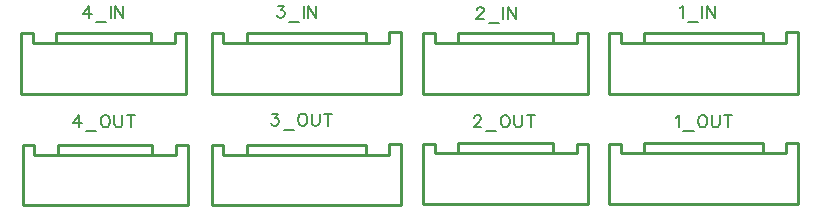
<source format=gto>
G04 Layer: TopSilkscreenLayer*
G04 EasyEDA Pro v2.0.34.720dcead.1ebef4, 2023-10-23 10:25:04*
G04 Gerber Generator version 0.3*
G04 Scale: 100 percent, Rotated: No, Reflected: No*
G04 Dimensions in millimeters*
G04 Leading zeros omitted, absolute positions, 3 integers and 3 decimals*
%FSLAX33Y33*%
%MOMM*%
%ADD10C,0.152*%
%ADD11C,0.254*%
G75*


G04 Text Start*
G04 //text: 2_IN*
G54D10*
G01X41708Y18271D02*
G01X41708Y18320D01*
G01X41756Y18414D01*
G01X41805Y18462D01*
G01X41899Y18510D01*
G01X42092D01*
G01X42186Y18462D01*
G01X42234Y18414D01*
G01X42282Y18320D01*
G01Y18223D01*
G01X42234Y18127D01*
G01X42140Y17984D01*
G01X41660Y17504D01*
G01X42330D01*
G01X42714Y17169D02*
G01X43575Y17169D01*
G01X43958Y18510D02*
G01X43958Y17504D01*
G01X44339Y18510D02*
G01X44339Y17504D01*
G01X44339Y18510D02*
G01X45010Y17504D01*
G01X45010Y18510D02*
G01X45010Y17504D01*
G04 //text: 2_OUT*
G01X41482Y9122D02*
G01X41482Y9171D01*
G01X41530Y9265D01*
G01X41579Y9313D01*
G01X41673Y9361D01*
G01X41866D01*
G01X41960Y9313D01*
G01X42008Y9265D01*
G01X42056Y9171D01*
G01Y9074D01*
G01X42008Y8978D01*
G01X41914Y8835D01*
G01X41434Y8355D01*
G01X42104D01*
G01X42488Y8020D02*
G01X43349Y8020D01*
G01X44019Y9361D02*
G01X43923Y9313D01*
G01X43826Y9219D01*
G01X43778Y9122D01*
G01X43732Y8978D01*
G01Y8739D01*
G01X43778Y8594D01*
G01X43826Y8500D01*
G01X43923Y8404D01*
G01X44019Y8355D01*
G01X44210D01*
G01X44306Y8404D01*
G01X44403Y8500D01*
G01X44451Y8594D01*
G01X44497Y8739D01*
G01Y8978D01*
G01X44451Y9122D01*
G01X44403Y9219D01*
G01X44306Y9313D01*
G01X44210Y9361D01*
G01X44019D01*
G01X44881Y9361D02*
G01X44881Y8642D01*
G01X44929Y8500D01*
G01X45025Y8404D01*
G01X45168Y8355D01*
G01X45264D01*
G01X45406Y8404D01*
G01X45503Y8500D01*
G01X45551Y8642D01*
G01Y9361D01*
G01X46270Y9361D02*
G01X46270Y8355D01*
G01X45935Y9361D02*
G01X46605Y9361D01*
G04 //text: 4_IN*
G01X8866Y18637D02*
G01X8386Y17967D01*
G01X9105D01*
G01X8866Y18637D02*
G01X8866Y17631D01*
G01X9486Y17296D02*
G01X10349Y17296D01*
G01X10730Y18637D02*
G01X10730Y17631D01*
G01X11114Y18637D02*
G01X11114Y17631D01*
G01X11114Y18637D02*
G01X11784Y17631D01*
G01X11784Y18637D02*
G01X11784Y17631D01*
G04 //text: 4_OUT*
G01X8005Y9361D02*
G01X7525Y8691D01*
G01X8244D01*
G01X8005Y9361D02*
G01X8005Y8355D01*
G01X8625Y8020D02*
G01X9488Y8020D01*
G01X10159Y9361D02*
G01X10062Y9313D01*
G01X9966Y9219D01*
G01X9917Y9122D01*
G01X9869Y8978D01*
G01Y8739D01*
G01X9917Y8594D01*
G01X9966Y8500D01*
G01X10062Y8404D01*
G01X10159Y8355D01*
G01X10349D01*
G01X10446Y8404D01*
G01X10542Y8500D01*
G01X10588Y8594D01*
G01X10636Y8739D01*
G01Y8978D01*
G01X10588Y9122D01*
G01X10542Y9219D01*
G01X10446Y9313D01*
G01X10349Y9361D01*
G01X10159D01*
G01X11020Y9361D02*
G01X11020Y8642D01*
G01X11068Y8500D01*
G01X11162Y8404D01*
G01X11307Y8355D01*
G01X11403D01*
G01X11546Y8404D01*
G01X11642Y8500D01*
G01X11690Y8642D01*
G01Y9361D01*
G01X12407Y9361D02*
G01X12407Y8355D01*
G01X12071Y9361D02*
G01X12742Y9361D01*
G04 //text: 1_IN*
G01X58932Y18447D02*
G01X59028Y18495D01*
G01X59171Y18637D01*
G01Y17631D01*
G01X59554Y17296D02*
G01X60415Y17296D01*
G01X60799Y18637D02*
G01X60799Y17631D01*
G01X61180Y18637D02*
G01X61180Y17631D01*
G01X61180Y18637D02*
G01X61850Y17631D01*
G01X61850Y18637D02*
G01X61850Y17631D01*
G04 //text: 1_OUT*
G01X58579Y9171D02*
G01X58675Y9219D01*
G01X58818Y9361D01*
G01Y8355D01*
G01X59201Y8020D02*
G01X60062Y8020D01*
G01X60733Y9361D02*
G01X60636Y9313D01*
G01X60542Y9219D01*
G01X60494Y9122D01*
G01X60446Y8978D01*
G01Y8739D01*
G01X60494Y8594D01*
G01X60542Y8500D01*
G01X60636Y8404D01*
G01X60733Y8355D01*
G01X60923D01*
G01X61020Y8404D01*
G01X61116Y8500D01*
G01X61164Y8594D01*
G01X61213Y8739D01*
G01Y8978D01*
G01X61164Y9122D01*
G01X61116Y9219D01*
G01X61020Y9313D01*
G01X60923Y9361D01*
G01X60733D01*
G01X61594Y9361D02*
G01X61594Y8642D01*
G01X61642Y8500D01*
G01X61739Y8404D01*
G01X61881Y8355D01*
G01X61977D01*
G01X62122Y8404D01*
G01X62216Y8500D01*
G01X62264Y8642D01*
G01Y9361D01*
G01X62983Y9361D02*
G01X62983Y8355D01*
G01X62648Y9361D02*
G01X63318Y9361D01*
G04 //text: 3_IN*
G01X24865Y18637D02*
G01X25391Y18637D01*
G01X25104Y18254D01*
G01X25249D01*
G01X25343Y18205D01*
G01X25391Y18160D01*
G01X25439Y18015D01*
G01Y17918D01*
G01X25391Y17776D01*
G01X25295Y17680D01*
G01X25152Y17631D01*
G01X25008D01*
G01X24865Y17680D01*
G01X24817Y17728D01*
G01X24769Y17822D01*
G01X25823Y17296D02*
G01X26684Y17296D01*
G01X27067Y18637D02*
G01X27067Y17631D01*
G01X27448Y18637D02*
G01X27448Y17631D01*
G01X27448Y18637D02*
G01X28119Y17631D01*
G01X28119Y18637D02*
G01X28119Y17631D01*
G04 //text: 3_OUT*
G01X24385Y9488D02*
G01X24911Y9488D01*
G01X24624Y9105D01*
G01X24769D01*
G01X24863Y9056D01*
G01X24911Y9011D01*
G01X24959Y8866D01*
G01Y8769D01*
G01X24911Y8627D01*
G01X24815Y8531D01*
G01X24672Y8482D01*
G01X24528D01*
G01X24385Y8531D01*
G01X24337Y8579D01*
G01X24289Y8673D01*
G01X25343Y8147D02*
G01X26204Y8147D01*
G01X26874Y9488D02*
G01X26778Y9440D01*
G01X26681Y9346D01*
G01X26633Y9249D01*
G01X26587Y9105D01*
G01Y8866D01*
G01X26633Y8721D01*
G01X26681Y8627D01*
G01X26778Y8531D01*
G01X26874Y8482D01*
G01X27065D01*
G01X27161Y8531D01*
G01X27258Y8627D01*
G01X27306Y8721D01*
G01X27352Y8866D01*
G01Y9105D01*
G01X27306Y9249D01*
G01X27258Y9346D01*
G01X27161Y9440D01*
G01X27065Y9488D01*
G01X26874D01*
G01X27736Y9488D02*
G01X27736Y8769D01*
G01X27784Y8627D01*
G01X27880Y8531D01*
G01X28023Y8482D01*
G01X28119D01*
G01X28261Y8531D01*
G01X28358Y8627D01*
G01X28406Y8769D01*
G01Y9488D01*
G01X29125Y9488D02*
G01X29125Y8482D01*
G01X28790Y9488D02*
G01X29460Y9488D01*
G04 Text End*

G04 PolygonModel Start*
G54D11*
G01X48153Y15541D02*
G01X48153Y16341D01*
G01X51153Y16291D02*
G01X50153Y16291D01*
G01X50153Y15491D02*
G01X50153Y16291D01*
G01X51153Y15491D02*
G01X51153Y16291D01*
G01X51153Y15491D02*
G01X51153Y11191D01*
G01X48153Y16341D02*
G01X40153Y16341D01*
G01X38153Y15491D02*
G01X50153Y15491D01*
G01X40153Y15541D02*
G01X40153Y16341D01*
G01X38153Y16291D02*
G01X37153Y16291D01*
G01X38153Y15491D02*
G01X38153Y16291D01*
G01X37153Y15491D02*
G01X37153Y16291D01*
G01X37153Y15491D02*
G01X37153Y11191D01*
G01X51153Y11191D02*
G01X37153Y11191D01*
G01X48152Y6207D02*
G01X48152Y7007D01*
G01X51152Y6957D02*
G01X50152Y6957D01*
G01X50152Y6157D02*
G01X50152Y6957D01*
G01X51152Y6157D02*
G01X51152Y6957D01*
G01X51152Y6157D02*
G01X51152Y1857D01*
G01X48152Y7007D02*
G01X40152Y7007D01*
G01X38152Y6157D02*
G01X50152Y6157D01*
G01X40152Y6207D02*
G01X40152Y7007D01*
G01X38152Y6957D02*
G01X37152Y6957D01*
G01X38152Y6157D02*
G01X38152Y6957D01*
G01X37152Y6157D02*
G01X37152Y6957D01*
G01X37152Y6157D02*
G01X37152Y1857D01*
G01X51152Y1857D02*
G01X37152Y1857D01*
G01X14117Y15541D02*
G01X14117Y16341D01*
G01X17117Y16291D02*
G01X16117Y16291D01*
G01X16117Y15491D02*
G01X16117Y16291D01*
G01X17117Y15491D02*
G01X17117Y16291D01*
G01X17117Y15491D02*
G01X17117Y11191D01*
G01X14117Y16341D02*
G01X6117Y16341D01*
G01X4117Y15491D02*
G01X16117Y15491D01*
G01X6117Y15541D02*
G01X6117Y16341D01*
G01X4117Y16291D02*
G01X3117Y16291D01*
G01X4117Y15491D02*
G01X4117Y16291D01*
G01X3117Y15491D02*
G01X3117Y16291D01*
G01X3117Y15491D02*
G01X3117Y11191D01*
G01X17117Y11191D02*
G01X3117Y11191D01*
G01X14244Y6080D02*
G01X14244Y6880D01*
G01X17244Y6830D02*
G01X16244Y6830D01*
G01X16244Y6030D02*
G01X16244Y6830D01*
G01X17244Y6030D02*
G01X17244Y6830D01*
G01X17244Y6030D02*
G01X17244Y1730D01*
G01X14244Y6880D02*
G01X6244Y6880D01*
G01X4244Y6030D02*
G01X16244Y6030D01*
G01X6244Y6080D02*
G01X6244Y6880D01*
G01X4244Y6830D02*
G01X3244Y6830D01*
G01X4244Y6030D02*
G01X4244Y6830D01*
G01X3244Y6030D02*
G01X3244Y6830D01*
G01X3244Y6030D02*
G01X3244Y1730D01*
G01X17244Y1730D02*
G01X3244Y1730D01*
G01X65959Y16341D02*
G01X65959Y15491D01*
G01X67916Y15491D02*
G01X67916Y16389D01*
G01X67916Y16389D02*
G01X68916Y16389D01*
G01X68916Y11191D02*
G01X68916Y16389D01*
G01X65959Y16341D02*
G01X55872Y16341D01*
G01X53916Y15491D02*
G01X67916Y15491D01*
G01X68916Y11191D02*
G01X52916Y11191D01*
G01X55872Y15491D02*
G01X55872Y16291D01*
G01X53916Y16291D02*
G01X52916Y16291D01*
G01X53916Y15491D02*
G01X53916Y16291D01*
G01X52916Y15491D02*
G01X52916Y16291D01*
G01X52916Y15491D02*
G01X52916Y11191D01*
G01X65959Y7007D02*
G01X65959Y6157D01*
G01X67916Y6157D02*
G01X67916Y7055D01*
G01X67916Y7055D02*
G01X68916Y7055D01*
G01X68916Y1857D02*
G01X68916Y7055D01*
G01X65959Y7007D02*
G01X55872Y7007D01*
G01X53916Y6157D02*
G01X67916Y6157D01*
G01X68916Y1857D02*
G01X52916Y1857D01*
G01X55872Y6157D02*
G01X55872Y6957D01*
G01X53916Y6957D02*
G01X52916Y6957D01*
G01X53916Y6157D02*
G01X53916Y6957D01*
G01X52916Y6157D02*
G01X52916Y6957D01*
G01X52916Y6157D02*
G01X52916Y1857D01*
G01X32304Y16341D02*
G01X32304Y15491D01*
G01X34261Y15491D02*
G01X34261Y16389D01*
G01X34261Y16389D02*
G01X35261Y16389D01*
G01X35261Y11191D02*
G01X35261Y16389D01*
G01X32304Y16341D02*
G01X22217Y16341D01*
G01X20261Y15491D02*
G01X34261Y15491D01*
G01X35261Y11191D02*
G01X19261Y11191D01*
G01X22217Y15491D02*
G01X22217Y16291D01*
G01X20261Y16291D02*
G01X19261Y16291D01*
G01X20261Y15491D02*
G01X20261Y16291D01*
G01X19261Y15491D02*
G01X19261Y16291D01*
G01X19261Y15491D02*
G01X19261Y11191D01*
G01X32304Y6880D02*
G01X32304Y6030D01*
G01X34261Y6030D02*
G01X34261Y6928D01*
G01X34261Y6928D02*
G01X35261Y6928D01*
G01X35261Y1730D02*
G01X35261Y6928D01*
G01X32304Y6880D02*
G01X22217Y6880D01*
G01X20261Y6030D02*
G01X34261Y6030D01*
G01X35261Y1730D02*
G01X19261Y1730D01*
G01X22217Y6030D02*
G01X22217Y6830D01*
G01X20261Y6830D02*
G01X19261Y6830D01*
G01X20261Y6030D02*
G01X20261Y6830D01*
G01X19261Y6030D02*
G01X19261Y6830D01*
G01X19261Y6030D02*
G01X19261Y1730D01*
G04 PolygonModel End*

M02*

</source>
